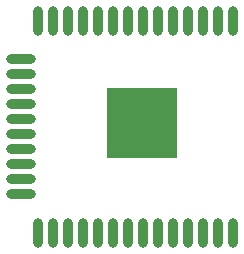
<source format=gbr>
G04 #@! TF.GenerationSoftware,KiCad,Pcbnew,(5.1.0)-1*
G04 #@! TF.CreationDate,2020-06-14T14:54:15-05:00*
G04 #@! TF.ProjectId,ESP32_BridgeH,45535033-325f-4427-9269-646765482e6b,0*
G04 #@! TF.SameCoordinates,Original*
G04 #@! TF.FileFunction,Paste,Top*
G04 #@! TF.FilePolarity,Positive*
%FSLAX46Y46*%
G04 Gerber Fmt 4.6, Leading zero omitted, Abs format (unit mm)*
G04 Created by KiCad (PCBNEW (5.1.0)-1) date 2020-06-14 14:54:15*
%MOMM*%
%LPD*%
G04 APERTURE LIST*
%ADD10R,6.000000X6.000000*%
%ADD11O,0.900000X2.500000*%
%ADD12O,2.500000X0.900000*%
G04 APERTURE END LIST*
D10*
X197575000Y-113111000D03*
D11*
X205275000Y-104411000D03*
X204005000Y-104411000D03*
X202735000Y-104411000D03*
X201465000Y-104411000D03*
X200195000Y-104411000D03*
X198925000Y-104411000D03*
X197655000Y-104411000D03*
X196385000Y-104411000D03*
X195115000Y-104411000D03*
X193845000Y-104411000D03*
X192575000Y-104411000D03*
X191305000Y-104411000D03*
X190035000Y-104411000D03*
X188765000Y-104411000D03*
D12*
X187275000Y-107696000D03*
X187275000Y-108966000D03*
X187275000Y-110236000D03*
X187275000Y-111506000D03*
X187275000Y-112776000D03*
X187275000Y-114046000D03*
X187275000Y-115316000D03*
X187275000Y-116586000D03*
X187275000Y-117856000D03*
X187275000Y-119126000D03*
D11*
X188765000Y-122411000D03*
X190035000Y-122411000D03*
X191305000Y-122411000D03*
X192575000Y-122411000D03*
X193845000Y-122411000D03*
X195115000Y-122411000D03*
X196385000Y-122411000D03*
X197655000Y-122411000D03*
X198925000Y-122411000D03*
X200195000Y-122411000D03*
X201465000Y-122411000D03*
X202735000Y-122411000D03*
X204005000Y-122411000D03*
X205275000Y-122411000D03*
M02*

</source>
